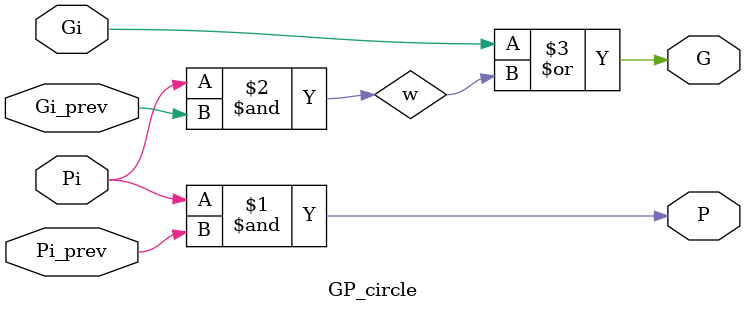
<source format=v>
`timescale 1ns / 1ps
module GP_circle(
    input Pi,
    input Gi,
    input Pi_prev,
    input Gi_prev,
    output P,
    output G
    );

	wire w;
	
	and and_0 (P, Pi, Pi_prev);
	and and_1 (w, Pi, Gi_prev);
	or or_0 (G, Gi, w);

endmodule

</source>
